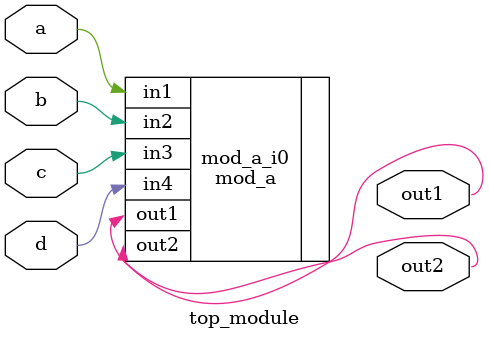
<source format=v>

`default_nettype none

module top_module (
    input   a,
    input   b,
    input   c,
    input   d,
    output  out1,
    output  out2
);

    mod_a mod_a_i0 (
        .out1   ( out1  ),
        .out2   ( out2  ),
        .in1    ( a     ),
        .in2    ( b     ),
        .in3    ( c     ),
        .in4    ( d     )
    );

endmodule
</source>
